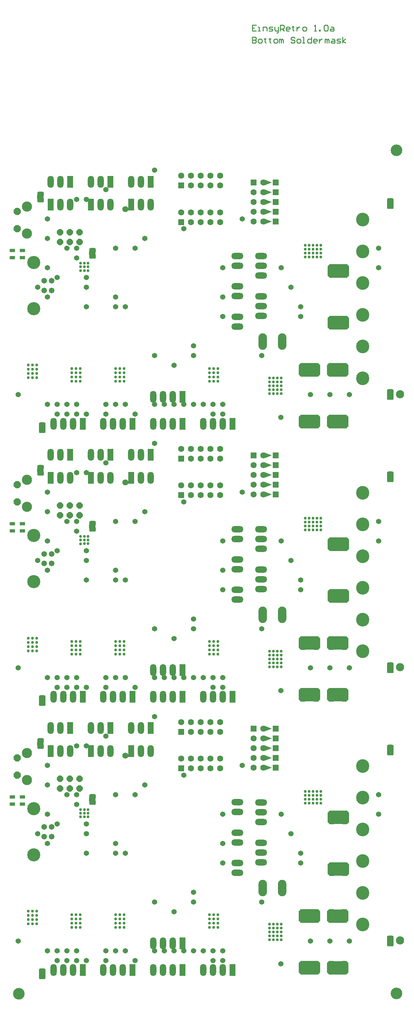
<source format=gbs>
G04 Layer_Color=16711935*
%FSLAX24Y24*%
%MOIN*%
G70*
G01*
G75*
%ADD12C,0.0100*%
%ADD120C,0.0300*%
%ADD136C,0.0840*%
%ADD213C,0.0631*%
G04:AMPARAMS|DCode=216|XSize=118.7mil|YSize=118.7mil|CornerRadius=59.4mil|HoleSize=0mil|Usage=FLASHONLY|Rotation=90.000|XOffset=0mil|YOffset=0mil|HoleType=Round|Shape=RoundedRectangle|*
%AMROUNDEDRECTD216*
21,1,0.1187,0.0000,0,0,90.0*
21,1,0.0000,0.1187,0,0,90.0*
1,1,0.1187,0.0000,0.0000*
1,1,0.1187,0.0000,0.0000*
1,1,0.1187,0.0000,0.0000*
1,1,0.1187,0.0000,0.0000*
%
%ADD216ROUNDEDRECTD216*%
G04:AMPARAMS|DCode=231|XSize=54mil|YSize=54mil|CornerRadius=27mil|HoleSize=0mil|Usage=FLASHONLY|Rotation=270.000|XOffset=0mil|YOffset=0mil|HoleType=Round|Shape=RoundedRectangle|*
%AMROUNDEDRECTD231*
21,1,0.0540,0.0000,0,0,270.0*
21,1,0.0000,0.0540,0,0,270.0*
1,1,0.0540,0.0000,0.0000*
1,1,0.0540,0.0000,0.0000*
1,1,0.0540,0.0000,0.0000*
1,1,0.0540,0.0000,0.0000*
%
%ADD231ROUNDEDRECTD231*%
%ADD265R,0.0640X0.1240*%
%ADD266O,0.0640X0.1240*%
G04:AMPARAMS|DCode=267|XSize=137mil|YSize=87mil|CornerRadius=0mil|HoleSize=0mil|Usage=FLASHONLY|Rotation=270.000|XOffset=0mil|YOffset=0mil|HoleType=Round|Shape=Octagon|*
%AMOCTAGOND267*
4,1,8,-0.0217,-0.0685,0.0217,-0.0685,0.0435,-0.0467,0.0435,0.0467,0.0217,0.0685,-0.0217,0.0685,-0.0435,0.0467,-0.0435,-0.0467,-0.0217,-0.0685,0.0*
%
%ADD267OCTAGOND267*%

%ADD268O,0.1240X0.0640*%
%ADD269P,0.0801X8X292.5*%
%ADD270C,0.1040*%
%ADD271C,0.0580*%
%ADD272C,0.1345*%
%ADD273P,0.0714X8X22.5*%
%ADD274O,0.0865X0.1690*%
%ADD275R,0.0631X0.0631*%
%ADD276C,0.0631*%
%ADD277O,0.1340X0.1400*%
%ADD278R,0.0631X0.0631*%
%ADD279R,0.0704X0.0354*%
G04:AMPARAMS|DCode=280|XSize=50mil|YSize=67mil|CornerRadius=13.5mil|HoleSize=0mil|Usage=FLASHONLY|Rotation=270.000|XOffset=0mil|YOffset=0mil|HoleType=Round|Shape=RoundedRectangle|*
%AMROUNDEDRECTD280*
21,1,0.0500,0.0400,0,0,270.0*
21,1,0.0230,0.0670,0,0,270.0*
1,1,0.0270,-0.0200,-0.0115*
1,1,0.0270,-0.0200,0.0115*
1,1,0.0270,0.0200,0.0115*
1,1,0.0270,0.0200,-0.0115*
%
%ADD280ROUNDEDRECTD280*%
G04:AMPARAMS|DCode=281|XSize=54mil|YSize=54mil|CornerRadius=27mil|HoleSize=0mil|Usage=FLASHONLY|Rotation=0.000|XOffset=0mil|YOffset=0mil|HoleType=Round|Shape=RoundedRectangle|*
%AMROUNDEDRECTD281*
21,1,0.0540,0.0000,0,0,0.0*
21,1,0.0000,0.0540,0,0,0.0*
1,1,0.0540,0.0000,0.0000*
1,1,0.0540,0.0000,0.0000*
1,1,0.0540,0.0000,0.0000*
1,1,0.0540,0.0000,0.0000*
%
%ADD281ROUNDEDRECTD281*%
%ADD282R,0.0532X0.0375*%
G04:AMPARAMS|DCode=283|XSize=62mil|YSize=62mil|CornerRadius=31mil|HoleSize=0mil|Usage=FLASHONLY|Rotation=270.000|XOffset=0mil|YOffset=0mil|HoleType=Round|Shape=RoundedRectangle|*
%AMROUNDEDRECTD283*
21,1,0.0620,0.0000,0,0,270.0*
21,1,0.0000,0.0620,0,0,270.0*
1,1,0.0620,0.0000,0.0000*
1,1,0.0620,0.0000,0.0000*
1,1,0.0620,0.0000,0.0000*
1,1,0.0620,0.0000,0.0000*
%
%ADD283ROUNDEDRECTD283*%
%ADD284R,0.0631X0.0631*%
G36*
X29756Y84441D02*
X28966Y84141D01*
X29086Y84261D01*
Y84621D01*
X28966Y84741D01*
X29756Y84441D01*
D02*
G37*
G36*
Y83441D02*
X28966Y83141D01*
X29086Y83261D01*
Y83621D01*
X28966Y83741D01*
X29756Y83441D01*
D02*
G37*
G36*
Y82441D02*
X28966Y82141D01*
X29086Y82261D01*
Y82621D01*
X28966Y82741D01*
X29756Y82441D01*
D02*
G37*
G36*
Y81441D02*
X28966Y81141D01*
X29086Y81261D01*
Y81621D01*
X28966Y81741D01*
X29756Y81441D01*
D02*
G37*
G36*
Y80441D02*
X28966Y80141D01*
X29086Y80261D01*
Y80621D01*
X28966Y80741D01*
X29756Y80441D01*
D02*
G37*
G36*
X37020Y74670D02*
X36110D01*
Y76060D01*
X37020D01*
Y74670D01*
D02*
G37*
G36*
Y69370D02*
X36110D01*
Y70760D01*
X37020D01*
Y69370D01*
D02*
G37*
G36*
X34069Y64544D02*
X33159D01*
Y65934D01*
X34069D01*
Y64544D01*
D02*
G37*
G36*
X36970Y64540D02*
X36060D01*
Y65930D01*
X36970D01*
Y64540D01*
D02*
G37*
G36*
X34069Y59244D02*
X33159D01*
Y60634D01*
X34069D01*
Y59244D01*
D02*
G37*
G36*
X36970Y59240D02*
X36060D01*
Y60630D01*
X36970D01*
Y59240D01*
D02*
G37*
G36*
X29756Y56449D02*
X28966Y56149D01*
X29086Y56269D01*
Y56629D01*
X28966Y56749D01*
X29756Y56449D01*
D02*
G37*
G36*
Y55449D02*
X28966Y55149D01*
X29086Y55269D01*
Y55629D01*
X28966Y55749D01*
X29756Y55449D01*
D02*
G37*
G36*
Y54449D02*
X28966Y54149D01*
X29086Y54269D01*
Y54629D01*
X28966Y54749D01*
X29756Y54449D01*
D02*
G37*
G36*
Y53449D02*
X28966Y53149D01*
X29086Y53269D01*
Y53629D01*
X28966Y53749D01*
X29756Y53449D01*
D02*
G37*
G36*
Y52449D02*
X28966Y52149D01*
X29086Y52269D01*
Y52629D01*
X28966Y52749D01*
X29756Y52449D01*
D02*
G37*
G36*
X37020Y46678D02*
X36110D01*
Y48068D01*
X37020D01*
Y46678D01*
D02*
G37*
G36*
Y41378D02*
X36110D01*
Y42768D01*
X37020D01*
Y41378D01*
D02*
G37*
G36*
X34069Y36551D02*
X33159D01*
Y37942D01*
X34069D01*
Y36551D01*
D02*
G37*
G36*
X36970Y36548D02*
X36060D01*
Y37938D01*
X36970D01*
Y36548D01*
D02*
G37*
G36*
X34069Y31251D02*
X33159D01*
Y32641D01*
X34069D01*
Y31251D01*
D02*
G37*
G36*
X36970Y31248D02*
X36060D01*
Y32638D01*
X36970D01*
Y31248D01*
D02*
G37*
G36*
X29756Y28456D02*
X28966Y28156D01*
X29086Y28276D01*
Y28636D01*
X28966Y28756D01*
X29756Y28456D01*
D02*
G37*
G36*
Y27456D02*
X28966Y27156D01*
X29086Y27276D01*
Y27636D01*
X28966Y27756D01*
X29756Y27456D01*
D02*
G37*
G36*
Y26456D02*
X28966Y26156D01*
X29086Y26276D01*
Y26636D01*
X28966Y26756D01*
X29756Y26456D01*
D02*
G37*
G36*
Y25456D02*
X28966Y25156D01*
X29086Y25276D01*
Y25636D01*
X28966Y25756D01*
X29756Y25456D01*
D02*
G37*
G36*
Y24456D02*
X28966Y24156D01*
X29086Y24276D01*
Y24636D01*
X28966Y24756D01*
X29756Y24456D01*
D02*
G37*
G36*
X37020Y18685D02*
X36110D01*
Y20075D01*
X37020D01*
Y18685D01*
D02*
G37*
G36*
Y13385D02*
X36110D01*
Y14775D01*
X37020D01*
Y13385D01*
D02*
G37*
G36*
X34069Y8559D02*
X33159D01*
Y9949D01*
X34069D01*
Y8559D01*
D02*
G37*
G36*
X36970Y8555D02*
X36060D01*
Y9945D01*
X36970D01*
Y8555D01*
D02*
G37*
G36*
X34069Y3259D02*
X33159D01*
Y4649D01*
X34069D01*
Y3259D01*
D02*
G37*
G36*
X36970Y3255D02*
X36060D01*
Y4645D01*
X36970D01*
Y3255D01*
D02*
G37*
G54D12*
X27728Y99328D02*
Y98728D01*
X28028D01*
X28128Y98828D01*
Y98928D01*
X28028Y99028D01*
X27728D01*
X28028D01*
X28128Y99128D01*
Y99228D01*
X28028Y99328D01*
X27728D01*
X28428Y98728D02*
X28628D01*
X28728Y98828D01*
Y99028D01*
X28628Y99128D01*
X28428D01*
X28328Y99028D01*
Y98828D01*
X28428Y98728D01*
X29028Y99228D02*
Y99128D01*
X28928D01*
X29128D01*
X29028D01*
Y98828D01*
X29128Y98728D01*
X29528Y99228D02*
Y99128D01*
X29428D01*
X29628D01*
X29528D01*
Y98828D01*
X29628Y98728D01*
X30028D02*
X30228D01*
X30328Y98828D01*
Y99028D01*
X30228Y99128D01*
X30028D01*
X29928Y99028D01*
Y98828D01*
X30028Y98728D01*
X30527D02*
Y99128D01*
X30627D01*
X30727Y99028D01*
Y98728D01*
Y99028D01*
X30827Y99128D01*
X30927Y99028D01*
Y98728D01*
X32127Y99228D02*
X32027Y99328D01*
X31827D01*
X31727Y99228D01*
Y99128D01*
X31827Y99028D01*
X32027D01*
X32127Y98928D01*
Y98828D01*
X32027Y98728D01*
X31827D01*
X31727Y98828D01*
X32427Y98728D02*
X32627D01*
X32727Y98828D01*
Y99028D01*
X32627Y99128D01*
X32427D01*
X32327Y99028D01*
Y98828D01*
X32427Y98728D01*
X32927D02*
X33127D01*
X33027D01*
Y99328D01*
X32927D01*
X33826D02*
Y98728D01*
X33526D01*
X33426Y98828D01*
Y99028D01*
X33526Y99128D01*
X33826D01*
X34326Y98728D02*
X34126D01*
X34026Y98828D01*
Y99028D01*
X34126Y99128D01*
X34326D01*
X34426Y99028D01*
Y98928D01*
X34026D01*
X34626Y99128D02*
Y98728D01*
Y98928D01*
X34726Y99028D01*
X34826Y99128D01*
X34926D01*
X35226Y98728D02*
Y99128D01*
X35326D01*
X35426Y99028D01*
Y98728D01*
Y99028D01*
X35526Y99128D01*
X35626Y99028D01*
Y98728D01*
X35926Y99128D02*
X36126D01*
X36226Y99028D01*
Y98728D01*
X35926D01*
X35826Y98828D01*
X35926Y98928D01*
X36226D01*
X36426Y98728D02*
X36725D01*
X36825Y98828D01*
X36725Y98928D01*
X36525D01*
X36426Y99028D01*
X36525Y99128D01*
X36825D01*
X37025Y98728D02*
Y99328D01*
Y98928D02*
X37325Y99128D01*
X37025Y98928D02*
X37325Y98728D01*
X28128Y100578D02*
X27728D01*
Y99978D01*
X28128D01*
X27728Y100278D02*
X27928D01*
X28328Y99978D02*
X28528D01*
X28428D01*
Y100378D01*
X28328D01*
X28828Y99978D02*
Y100378D01*
X29128D01*
X29228Y100278D01*
Y99978D01*
X29428D02*
X29728D01*
X29828Y100078D01*
X29728Y100178D01*
X29528D01*
X29428Y100278D01*
X29528Y100378D01*
X29828D01*
X30028D02*
Y100078D01*
X30128Y99978D01*
X30427D01*
Y99878D01*
X30328Y99778D01*
X30228D01*
X30427Y99978D02*
Y100378D01*
X30627Y99978D02*
Y100578D01*
X30927D01*
X31027Y100478D01*
Y100278D01*
X30927Y100178D01*
X30627D01*
X30827D02*
X31027Y99978D01*
X31527D02*
X31327D01*
X31227Y100078D01*
Y100278D01*
X31327Y100378D01*
X31527D01*
X31627Y100278D01*
Y100178D01*
X31227D01*
X31927Y100478D02*
Y100378D01*
X31827D01*
X32027D01*
X31927D01*
Y100078D01*
X32027Y99978D01*
X32327Y100378D02*
Y99978D01*
Y100178D01*
X32427Y100278D01*
X32527Y100378D01*
X32627D01*
X33027Y99978D02*
X33227D01*
X33327Y100078D01*
Y100278D01*
X33227Y100378D01*
X33027D01*
X32927Y100278D01*
Y100078D01*
X33027Y99978D01*
X34126D02*
X34326D01*
X34226D01*
Y100578D01*
X34126Y100478D01*
X34626Y99978D02*
Y100078D01*
X34726D01*
Y99978D01*
X34626D01*
X35126Y100478D02*
X35226Y100578D01*
X35426D01*
X35526Y100478D01*
Y100078D01*
X35426Y99978D01*
X35226D01*
X35126Y100078D01*
Y100478D01*
X35826Y100378D02*
X36026D01*
X36126Y100278D01*
Y99978D01*
X35826D01*
X35726Y100078D01*
X35826Y100178D01*
X36126D01*
G54D120*
X23356Y9390D02*
D03*
X24222Y8090D02*
D03*
X23789D02*
D03*
X23356D02*
D03*
X24222Y8523D02*
D03*
X23789D02*
D03*
X23356D02*
D03*
X24222Y8956D02*
D03*
X23789D02*
D03*
X23356D02*
D03*
X24222Y9390D02*
D03*
X23789D02*
D03*
X14149D02*
D03*
X14582D02*
D03*
X13716Y8956D02*
D03*
X14149D02*
D03*
X14582D02*
D03*
X13716Y8523D02*
D03*
X14149D02*
D03*
X14582D02*
D03*
X13716Y8090D02*
D03*
X14149D02*
D03*
X14582D02*
D03*
X13716Y9390D02*
D03*
X9216D02*
D03*
X10082Y8090D02*
D03*
X9649D02*
D03*
X9216D02*
D03*
X10082Y8523D02*
D03*
X9649D02*
D03*
X9216D02*
D03*
X10082Y8956D02*
D03*
X9649D02*
D03*
X9216D02*
D03*
X10082Y9390D02*
D03*
X9649D02*
D03*
X5176Y9750D02*
D03*
X5609D02*
D03*
X4743Y9316D02*
D03*
X5176D02*
D03*
X5609D02*
D03*
X4743Y8883D02*
D03*
X5176D02*
D03*
X5609D02*
D03*
X4743Y8450D02*
D03*
X5176D02*
D03*
X5609D02*
D03*
X4743Y9750D02*
D03*
X30707Y8016D02*
D03*
Y8416D02*
D03*
X30307D02*
D03*
Y8016D02*
D03*
X29907D02*
D03*
Y8416D02*
D03*
X29507D02*
D03*
Y8016D02*
D03*
Y7216D02*
D03*
Y6816D02*
D03*
X29907D02*
D03*
Y7216D02*
D03*
X30307D02*
D03*
Y6816D02*
D03*
X30707D02*
D03*
Y7216D02*
D03*
Y7616D02*
D03*
X30307D02*
D03*
X29507D02*
D03*
X29907D02*
D03*
X33961Y21627D02*
D03*
Y22027D02*
D03*
Y21227D02*
D03*
Y20827D02*
D03*
X33561D02*
D03*
X33161D02*
D03*
Y21227D02*
D03*
X33561D02*
D03*
Y21627D02*
D03*
X33161D02*
D03*
Y22027D02*
D03*
X33561D02*
D03*
X34361D02*
D03*
X34761D02*
D03*
Y21627D02*
D03*
X34361D02*
D03*
Y21227D02*
D03*
X34761D02*
D03*
Y20827D02*
D03*
X34361D02*
D03*
X10873Y20173D02*
D03*
Y19799D02*
D03*
Y19425D02*
D03*
X10499D02*
D03*
X10125Y19416D02*
D03*
X10127Y19799D02*
D03*
X10123Y20177D02*
D03*
X10499Y20173D02*
D03*
Y19799D02*
D03*
X23356Y37382D02*
D03*
X24222Y36082D02*
D03*
X23789D02*
D03*
X23356D02*
D03*
X24222Y36516D02*
D03*
X23789D02*
D03*
X23356D02*
D03*
X24222Y36949D02*
D03*
X23789D02*
D03*
X23356D02*
D03*
X24222Y37382D02*
D03*
X23789D02*
D03*
X14149D02*
D03*
X14582D02*
D03*
X13716Y36949D02*
D03*
X14149D02*
D03*
X14582D02*
D03*
X13716Y36516D02*
D03*
X14149D02*
D03*
X14582D02*
D03*
X13716Y36082D02*
D03*
X14149D02*
D03*
X14582D02*
D03*
X13716Y37382D02*
D03*
X9216D02*
D03*
X10082Y36082D02*
D03*
X9649D02*
D03*
X9216D02*
D03*
X10082Y36516D02*
D03*
X9649D02*
D03*
X9216D02*
D03*
X10082Y36949D02*
D03*
X9649D02*
D03*
X9216D02*
D03*
X10082Y37382D02*
D03*
X9649D02*
D03*
X5176Y37742D02*
D03*
X5609D02*
D03*
X4743Y37309D02*
D03*
X5176D02*
D03*
X5609D02*
D03*
X4743Y36876D02*
D03*
X5176D02*
D03*
X5609D02*
D03*
X4743Y36442D02*
D03*
X5176D02*
D03*
X5609D02*
D03*
X4743Y37742D02*
D03*
X30707Y36008D02*
D03*
Y36408D02*
D03*
X30307D02*
D03*
Y36008D02*
D03*
X29907D02*
D03*
Y36408D02*
D03*
X29507D02*
D03*
Y36008D02*
D03*
Y35208D02*
D03*
Y34808D02*
D03*
X29907D02*
D03*
Y35208D02*
D03*
X30307D02*
D03*
Y34808D02*
D03*
X30707D02*
D03*
Y35208D02*
D03*
Y35608D02*
D03*
X30307D02*
D03*
X29507D02*
D03*
X29907D02*
D03*
X33961Y49619D02*
D03*
Y50019D02*
D03*
Y49219D02*
D03*
Y48819D02*
D03*
X33561D02*
D03*
X33161D02*
D03*
Y49219D02*
D03*
X33561D02*
D03*
Y49619D02*
D03*
X33161D02*
D03*
Y50019D02*
D03*
X33561D02*
D03*
X34361D02*
D03*
X34761D02*
D03*
Y49619D02*
D03*
X34361D02*
D03*
Y49219D02*
D03*
X34761D02*
D03*
Y48819D02*
D03*
X34361D02*
D03*
X10873Y48166D02*
D03*
Y47792D02*
D03*
Y47417D02*
D03*
X10499D02*
D03*
X10125Y47408D02*
D03*
X10127Y47792D02*
D03*
X10123Y48169D02*
D03*
X10499Y48166D02*
D03*
Y47792D02*
D03*
X23356Y65374D02*
D03*
X24222Y64075D02*
D03*
X23789D02*
D03*
X23356D02*
D03*
X24222Y64508D02*
D03*
X23789D02*
D03*
X23356D02*
D03*
X24222Y64941D02*
D03*
X23789D02*
D03*
X23356D02*
D03*
X24222Y65374D02*
D03*
X23789D02*
D03*
X14149D02*
D03*
X14582D02*
D03*
X13716Y64941D02*
D03*
X14149D02*
D03*
X14582D02*
D03*
X13716Y64508D02*
D03*
X14149D02*
D03*
X14582D02*
D03*
X13716Y64075D02*
D03*
X14149D02*
D03*
X14582D02*
D03*
X13716Y65374D02*
D03*
X9216D02*
D03*
X10082Y64075D02*
D03*
X9649D02*
D03*
X9216D02*
D03*
X10082Y64508D02*
D03*
X9649D02*
D03*
X9216D02*
D03*
X10082Y64941D02*
D03*
X9649D02*
D03*
X9216D02*
D03*
X10082Y65374D02*
D03*
X9649D02*
D03*
X5176Y65734D02*
D03*
X5609D02*
D03*
X4743Y65301D02*
D03*
X5176D02*
D03*
X5609D02*
D03*
X4743Y64868D02*
D03*
X5176D02*
D03*
X5609D02*
D03*
X4743Y64435D02*
D03*
X5176D02*
D03*
X5609D02*
D03*
X4743Y65734D02*
D03*
X30707Y64000D02*
D03*
Y64400D02*
D03*
X30307D02*
D03*
Y64000D02*
D03*
X29907D02*
D03*
Y64400D02*
D03*
X29507D02*
D03*
Y64000D02*
D03*
Y63200D02*
D03*
Y62800D02*
D03*
X29907D02*
D03*
Y63200D02*
D03*
X30307D02*
D03*
Y62800D02*
D03*
X30707D02*
D03*
Y63200D02*
D03*
Y63600D02*
D03*
X30307D02*
D03*
X29507D02*
D03*
X29907D02*
D03*
X33961Y77611D02*
D03*
Y78011D02*
D03*
Y77211D02*
D03*
Y76811D02*
D03*
X33561D02*
D03*
X33161D02*
D03*
Y77211D02*
D03*
X33561D02*
D03*
Y77611D02*
D03*
X33161D02*
D03*
Y78011D02*
D03*
X33561D02*
D03*
X34361D02*
D03*
X34761D02*
D03*
Y77611D02*
D03*
X34361D02*
D03*
Y77211D02*
D03*
X34761D02*
D03*
Y76811D02*
D03*
X34361D02*
D03*
X10873Y76158D02*
D03*
Y75784D02*
D03*
Y75410D02*
D03*
X10499D02*
D03*
X10125Y75400D02*
D03*
X10127Y75784D02*
D03*
X10123Y76161D02*
D03*
X10499Y76158D02*
D03*
Y75784D02*
D03*
G54D136*
X42906Y6754D02*
D03*
Y34747D02*
D03*
Y62739D02*
D03*
G54D213*
X28866Y28456D02*
D03*
Y27456D02*
D03*
Y26456D02*
D03*
Y25456D02*
D03*
Y24456D02*
D03*
Y56449D02*
D03*
Y55449D02*
D03*
Y54449D02*
D03*
Y53449D02*
D03*
Y52449D02*
D03*
Y84441D02*
D03*
Y83441D02*
D03*
Y82441D02*
D03*
Y81441D02*
D03*
Y80441D02*
D03*
G54D216*
X42528Y87726D02*
D03*
Y1328D02*
D03*
X3789Y1289D02*
D03*
G54D231*
X21699Y11699D02*
D03*
X10699Y26699D02*
D03*
X16699Y22699D02*
D03*
X6699Y19699D02*
D03*
X7699Y18699D02*
D03*
X21699Y10699D02*
D03*
X19699Y9699D02*
D03*
X17699Y10699D02*
D03*
X8699Y5699D02*
D03*
X6699D02*
D03*
X7699D02*
D03*
X26699Y24699D02*
D03*
X24699Y14699D02*
D03*
X30669Y4379D02*
D03*
X3699Y6699D02*
D03*
X14699Y5699D02*
D03*
X12699D02*
D03*
X13699D02*
D03*
X9699D02*
D03*
X20699D02*
D03*
X18699D02*
D03*
X19699D02*
D03*
X17699D02*
D03*
X24699D02*
D03*
X22699D02*
D03*
X23699D02*
D03*
X21699D02*
D03*
X30699Y19699D02*
D03*
X31699Y17699D02*
D03*
X32699Y14699D02*
D03*
X24699Y4699D02*
D03*
X23699D02*
D03*
X15699D02*
D03*
X12699D02*
D03*
X10699D02*
D03*
X9699D02*
D03*
X8699D02*
D03*
X7699D02*
D03*
X6699Y24699D02*
D03*
X21699Y39692D02*
D03*
X10699Y54692D02*
D03*
X16699Y50691D02*
D03*
X6699Y47691D02*
D03*
X7699Y46691D02*
D03*
X21699Y38691D02*
D03*
X19699Y37692D02*
D03*
X17699Y38691D02*
D03*
X8699Y33691D02*
D03*
X6699D02*
D03*
X7699D02*
D03*
X26699Y52691D02*
D03*
X24699Y42691D02*
D03*
X30669Y32371D02*
D03*
X3699Y34692D02*
D03*
X14699Y33691D02*
D03*
X12699D02*
D03*
X13699D02*
D03*
X9699D02*
D03*
X20699D02*
D03*
X18699D02*
D03*
X19699D02*
D03*
X17699D02*
D03*
X24699D02*
D03*
X22699D02*
D03*
X23699D02*
D03*
X21699D02*
D03*
X30699Y47691D02*
D03*
X31699Y45691D02*
D03*
X32699Y42691D02*
D03*
X24699Y32692D02*
D03*
X23699D02*
D03*
X15699D02*
D03*
X12699D02*
D03*
X10699D02*
D03*
X9699D02*
D03*
X8699D02*
D03*
X7699D02*
D03*
X6699Y52691D02*
D03*
X21699Y67684D02*
D03*
X10699Y82684D02*
D03*
X16699Y78684D02*
D03*
X6699Y75684D02*
D03*
X7699Y74684D02*
D03*
X21699Y66684D02*
D03*
X19699Y65684D02*
D03*
X17699Y66684D02*
D03*
X8699Y61684D02*
D03*
X6699D02*
D03*
X7699D02*
D03*
X26699Y80684D02*
D03*
X24699Y70684D02*
D03*
X30669Y60364D02*
D03*
X3699Y62684D02*
D03*
X14699Y61684D02*
D03*
X12699D02*
D03*
X13699D02*
D03*
X9699D02*
D03*
X20699D02*
D03*
X18699D02*
D03*
X19699D02*
D03*
X17699D02*
D03*
X24699D02*
D03*
X22699D02*
D03*
X23699D02*
D03*
X21699D02*
D03*
X30699Y75684D02*
D03*
X31699Y73684D02*
D03*
X32699Y70684D02*
D03*
X24699Y60684D02*
D03*
X23699D02*
D03*
X15699D02*
D03*
X12699D02*
D03*
X10699D02*
D03*
X9699D02*
D03*
X8699D02*
D03*
X7699D02*
D03*
X6699Y80684D02*
D03*
G54D265*
X15321Y26164D02*
D03*
X25700Y3726D02*
D03*
X20578Y3722D02*
D03*
Y6478D02*
D03*
X15460Y3722D02*
D03*
X10342D02*
D03*
X17321Y28526D02*
D03*
X9054D02*
D03*
X13188D02*
D03*
X7054Y26164D02*
D03*
X11188D02*
D03*
X15321Y54156D02*
D03*
X25700Y31718D02*
D03*
X20578Y31714D02*
D03*
Y34470D02*
D03*
X15460Y31714D02*
D03*
X10342D02*
D03*
X17321Y56518D02*
D03*
X9054D02*
D03*
X13188D02*
D03*
X7054Y54156D02*
D03*
X11188D02*
D03*
X15321Y82148D02*
D03*
X25700Y59710D02*
D03*
X20578Y59706D02*
D03*
Y62462D02*
D03*
X15460Y59706D02*
D03*
X10342D02*
D03*
X17321Y84510D02*
D03*
X9054D02*
D03*
X13188D02*
D03*
X7054Y82148D02*
D03*
X11188D02*
D03*
G54D266*
X16321Y26164D02*
D03*
X17321D02*
D03*
X24700Y3726D02*
D03*
X23700D02*
D03*
X22700D02*
D03*
X17578Y3722D02*
D03*
X18578D02*
D03*
X19578D02*
D03*
Y6478D02*
D03*
X18578D02*
D03*
X17578D02*
D03*
X12460Y3722D02*
D03*
X13460D02*
D03*
X14460D02*
D03*
X9342D02*
D03*
X8342D02*
D03*
X7342D02*
D03*
X16321Y28526D02*
D03*
X15321D02*
D03*
X8054D02*
D03*
X7054D02*
D03*
X12188D02*
D03*
X11188D02*
D03*
X8054Y26164D02*
D03*
X9054D02*
D03*
X12188D02*
D03*
X13188D02*
D03*
X16321Y54156D02*
D03*
X17321D02*
D03*
X24700Y31718D02*
D03*
X23700D02*
D03*
X22700D02*
D03*
X17578Y31714D02*
D03*
X18578D02*
D03*
X19578D02*
D03*
Y34470D02*
D03*
X18578D02*
D03*
X17578D02*
D03*
X12460Y31714D02*
D03*
X13460D02*
D03*
X14460D02*
D03*
X9342D02*
D03*
X8342D02*
D03*
X7342D02*
D03*
X16321Y56518D02*
D03*
X15321D02*
D03*
X8054D02*
D03*
X7054D02*
D03*
X12188D02*
D03*
X11188D02*
D03*
X8054Y54156D02*
D03*
X9054D02*
D03*
X12188D02*
D03*
X13188D02*
D03*
X16321Y82148D02*
D03*
X17321D02*
D03*
X24700Y59710D02*
D03*
X23700D02*
D03*
X22700D02*
D03*
X17578Y59706D02*
D03*
X18578D02*
D03*
X19578D02*
D03*
Y62462D02*
D03*
X18578D02*
D03*
X17578D02*
D03*
X12460Y59706D02*
D03*
X13460D02*
D03*
X14460D02*
D03*
X9342D02*
D03*
X8342D02*
D03*
X7342D02*
D03*
X16321Y84510D02*
D03*
X15321D02*
D03*
X8054D02*
D03*
X7054D02*
D03*
X12188D02*
D03*
X11188D02*
D03*
X8054Y82148D02*
D03*
X9054D02*
D03*
X12188D02*
D03*
X13188D02*
D03*
G54D267*
X37189Y3949D02*
D03*
X35849D02*
D03*
Y9249D02*
D03*
X37189D02*
D03*
X35899Y14079D02*
D03*
X37239D02*
D03*
Y19379D02*
D03*
X35899D02*
D03*
X34289Y3953D02*
D03*
X32949D02*
D03*
Y9253D02*
D03*
X34289D02*
D03*
X37189Y31941D02*
D03*
X35849D02*
D03*
Y37241D02*
D03*
X37189D02*
D03*
X35899Y42071D02*
D03*
X37239D02*
D03*
Y47372D02*
D03*
X35899D02*
D03*
X34289Y31945D02*
D03*
X32949D02*
D03*
Y37245D02*
D03*
X34289D02*
D03*
X37189Y59934D02*
D03*
X35849D02*
D03*
Y65234D02*
D03*
X37189D02*
D03*
X35899Y70064D02*
D03*
X37239D02*
D03*
Y75364D02*
D03*
X35899D02*
D03*
X34289Y59938D02*
D03*
X32949D02*
D03*
Y65238D02*
D03*
X34289D02*
D03*
G54D268*
X26203Y17806D02*
D03*
Y16806D02*
D03*
Y14695D02*
D03*
Y13695D02*
D03*
Y20916D02*
D03*
Y19916D02*
D03*
X28639Y18909D02*
D03*
Y19909D02*
D03*
Y20909D02*
D03*
X28629Y14769D02*
D03*
Y15769D02*
D03*
Y16769D02*
D03*
X26203Y45798D02*
D03*
Y44798D02*
D03*
Y42688D02*
D03*
Y41688D02*
D03*
Y48908D02*
D03*
Y47908D02*
D03*
X28639Y46901D02*
D03*
Y47902D02*
D03*
Y48902D02*
D03*
X28629Y42762D02*
D03*
Y43762D02*
D03*
Y44762D02*
D03*
X26203Y73790D02*
D03*
Y72790D02*
D03*
Y70680D02*
D03*
Y69680D02*
D03*
Y76900D02*
D03*
Y75900D02*
D03*
X28639Y74894D02*
D03*
Y75894D02*
D03*
Y76894D02*
D03*
X28629Y70754D02*
D03*
Y71754D02*
D03*
Y72754D02*
D03*
G54D269*
X3627Y25479D02*
D03*
Y23699D02*
D03*
Y53471D02*
D03*
Y51691D02*
D03*
Y81463D02*
D03*
Y79683D02*
D03*
G54D270*
X4607Y25969D02*
D03*
Y23209D02*
D03*
Y53961D02*
D03*
Y51201D02*
D03*
Y81953D02*
D03*
Y79193D02*
D03*
G54D271*
X7158Y17396D02*
D03*
Y18388D02*
D03*
X6368D02*
D03*
Y17396D02*
D03*
X7158Y45388D02*
D03*
Y46380D02*
D03*
X6368D02*
D03*
Y45388D02*
D03*
X7158Y73380D02*
D03*
Y74373D02*
D03*
X6368D02*
D03*
Y73380D02*
D03*
G54D272*
X5298Y20258D02*
D03*
Y15526D02*
D03*
Y48251D02*
D03*
Y43518D02*
D03*
Y76243D02*
D03*
Y71510D02*
D03*
G54D273*
X8025Y22345D02*
D03*
Y23345D02*
D03*
X9025Y22345D02*
D03*
Y23345D02*
D03*
X10025Y22345D02*
D03*
Y23345D02*
D03*
X8025Y50337D02*
D03*
Y51337D02*
D03*
X9025Y50337D02*
D03*
Y51337D02*
D03*
X10025Y50337D02*
D03*
Y51337D02*
D03*
X8025Y78329D02*
D03*
Y79329D02*
D03*
X9025Y78329D02*
D03*
Y79329D02*
D03*
X10025Y78329D02*
D03*
Y79329D02*
D03*
G54D274*
X28809Y12129D02*
D03*
X30809D02*
D03*
X28809Y40121D02*
D03*
X30809D02*
D03*
X28809Y68114D02*
D03*
X30809D02*
D03*
G54D275*
X20439Y28139D02*
D03*
Y24389D02*
D03*
Y56132D02*
D03*
Y52382D02*
D03*
Y84124D02*
D03*
Y80374D02*
D03*
G54D276*
Y29139D02*
D03*
X21439Y28139D02*
D03*
Y29139D02*
D03*
X22439Y28139D02*
D03*
Y29139D02*
D03*
X23439Y28139D02*
D03*
Y29139D02*
D03*
X24439Y28139D02*
D03*
Y29139D02*
D03*
X20439Y25389D02*
D03*
X21439Y24389D02*
D03*
Y25389D02*
D03*
X22439Y24389D02*
D03*
Y25389D02*
D03*
X23439Y24389D02*
D03*
Y25389D02*
D03*
X24439Y24389D02*
D03*
Y25389D02*
D03*
X27866Y24456D02*
D03*
Y25456D02*
D03*
Y26456D02*
D03*
Y27456D02*
D03*
X20439Y57132D02*
D03*
X21439Y56132D02*
D03*
Y57132D02*
D03*
X22439Y56132D02*
D03*
Y57132D02*
D03*
X23439Y56132D02*
D03*
Y57132D02*
D03*
X24439Y56132D02*
D03*
Y57132D02*
D03*
X20439Y53382D02*
D03*
X21439Y52382D02*
D03*
Y53382D02*
D03*
X22439Y52382D02*
D03*
Y53382D02*
D03*
X23439Y52382D02*
D03*
Y53382D02*
D03*
X24439Y52382D02*
D03*
Y53382D02*
D03*
X27866Y52449D02*
D03*
Y53449D02*
D03*
Y54449D02*
D03*
Y55449D02*
D03*
X20439Y85124D02*
D03*
X21439Y84124D02*
D03*
Y85124D02*
D03*
X22439Y84124D02*
D03*
Y85124D02*
D03*
X23439Y84124D02*
D03*
Y85124D02*
D03*
X24439Y84124D02*
D03*
Y85124D02*
D03*
X20439Y81374D02*
D03*
X21439Y80374D02*
D03*
Y81374D02*
D03*
X22439Y80374D02*
D03*
Y81374D02*
D03*
X23439Y80374D02*
D03*
Y81374D02*
D03*
X24439Y80374D02*
D03*
Y81374D02*
D03*
X27866Y80441D02*
D03*
Y81441D02*
D03*
Y82441D02*
D03*
Y83441D02*
D03*
G54D277*
X39069Y8394D02*
D03*
Y11644D02*
D03*
Y14894D02*
D03*
Y18144D02*
D03*
Y21394D02*
D03*
Y24644D02*
D03*
Y36386D02*
D03*
Y39636D02*
D03*
Y42887D02*
D03*
Y46136D02*
D03*
Y49387D02*
D03*
Y52636D02*
D03*
Y64379D02*
D03*
Y67629D02*
D03*
Y70879D02*
D03*
Y74129D02*
D03*
Y77379D02*
D03*
Y80629D02*
D03*
G54D278*
X27866Y28456D02*
D03*
Y56449D02*
D03*
Y84441D02*
D03*
G54D279*
X5994Y26942D02*
D03*
X6174Y3332D02*
D03*
X41914Y26282D02*
D03*
X11323Y21203D02*
D03*
X41917Y6700D02*
D03*
X5994Y54934D02*
D03*
X6174Y31324D02*
D03*
X41914Y54274D02*
D03*
X11323Y49195D02*
D03*
X41917Y34692D02*
D03*
X5994Y82926D02*
D03*
X6174Y59316D02*
D03*
X41914Y82266D02*
D03*
X11323Y77188D02*
D03*
X41917Y62684D02*
D03*
G54D280*
X6002Y26632D02*
D03*
Y27232D02*
D03*
X6182Y3022D02*
D03*
Y3622D02*
D03*
X41922Y25972D02*
D03*
Y26572D02*
D03*
X11331Y21493D02*
D03*
Y20893D02*
D03*
X41909Y7009D02*
D03*
Y6409D02*
D03*
X6002Y54624D02*
D03*
Y55224D02*
D03*
X6182Y31014D02*
D03*
Y31614D02*
D03*
X41922Y53964D02*
D03*
Y54564D02*
D03*
X11331Y49486D02*
D03*
Y48886D02*
D03*
X41909Y35001D02*
D03*
Y34402D02*
D03*
X6002Y82616D02*
D03*
Y83216D02*
D03*
X6182Y59006D02*
D03*
Y59606D02*
D03*
X41922Y81956D02*
D03*
Y82556D02*
D03*
X11331Y77478D02*
D03*
Y76878D02*
D03*
X41909Y62994D02*
D03*
Y62394D02*
D03*
G54D281*
X13699Y15699D02*
D03*
X14699D02*
D03*
X13699Y16699D02*
D03*
X10699Y18699D02*
D03*
Y17699D02*
D03*
Y15699D02*
D03*
X40699Y21699D02*
D03*
X28699Y10699D02*
D03*
X40699Y19699D02*
D03*
X32699Y15699D02*
D03*
X24699Y16699D02*
D03*
Y19699D02*
D03*
X13699Y21699D02*
D03*
X20699Y23699D02*
D03*
X15699Y21699D02*
D03*
X9699Y26699D02*
D03*
X12699Y27699D02*
D03*
X9699Y20699D02*
D03*
X8699Y21699D02*
D03*
X6699Y22699D02*
D03*
X9699Y21699D02*
D03*
X6699Y16699D02*
D03*
X5699Y17699D02*
D03*
X17699Y29699D02*
D03*
X33699Y6699D02*
D03*
X35699D02*
D03*
X37699D02*
D03*
X13699Y43692D02*
D03*
X14699D02*
D03*
X13699Y44692D02*
D03*
X10699Y46691D02*
D03*
Y45691D02*
D03*
Y43692D02*
D03*
X40699Y49692D02*
D03*
X28699Y38691D02*
D03*
X40699Y47691D02*
D03*
X32699Y43692D02*
D03*
X24699Y44692D02*
D03*
Y47691D02*
D03*
X13699Y49692D02*
D03*
X20699Y51691D02*
D03*
X15699Y49692D02*
D03*
X9699Y54692D02*
D03*
X12699Y55691D02*
D03*
X9699Y48692D02*
D03*
X8699Y49692D02*
D03*
X6699Y50691D02*
D03*
X9699Y49692D02*
D03*
X6699Y44692D02*
D03*
X5699Y45691D02*
D03*
X17699Y57691D02*
D03*
X33699Y34692D02*
D03*
X35699D02*
D03*
X37699D02*
D03*
X13699Y71684D02*
D03*
X14699D02*
D03*
X13699Y72684D02*
D03*
X10699Y74684D02*
D03*
Y73684D02*
D03*
Y71684D02*
D03*
X40699Y77684D02*
D03*
X28699Y66684D02*
D03*
X40699Y75684D02*
D03*
X32699Y71684D02*
D03*
X24699Y72684D02*
D03*
Y75684D02*
D03*
X13699Y77684D02*
D03*
X20699Y79684D02*
D03*
X15699Y77684D02*
D03*
X9699Y82684D02*
D03*
X12699Y83684D02*
D03*
X9699Y76684D02*
D03*
X8699Y77684D02*
D03*
X6699Y78684D02*
D03*
X9699Y77684D02*
D03*
X6699Y72684D02*
D03*
X5699Y73684D02*
D03*
X17699Y85684D02*
D03*
X33699Y62684D02*
D03*
X35699D02*
D03*
X37699D02*
D03*
G54D282*
X4142Y20738D02*
D03*
Y21466D02*
D03*
X3122Y20738D02*
D03*
Y21466D02*
D03*
X4142Y48730D02*
D03*
Y49458D02*
D03*
X3122Y48730D02*
D03*
Y49458D02*
D03*
X4142Y76722D02*
D03*
Y77450D02*
D03*
X3122Y76722D02*
D03*
Y77450D02*
D03*
G54D283*
X14699Y25699D02*
D03*
Y53692D02*
D03*
Y81684D02*
D03*
G54D284*
X30146Y28456D02*
D03*
Y27456D02*
D03*
Y26456D02*
D03*
Y25456D02*
D03*
Y24456D02*
D03*
Y56449D02*
D03*
Y55449D02*
D03*
Y54449D02*
D03*
Y53449D02*
D03*
Y52449D02*
D03*
Y84441D02*
D03*
Y83441D02*
D03*
Y82441D02*
D03*
Y81441D02*
D03*
Y80441D02*
D03*
M02*

</source>
